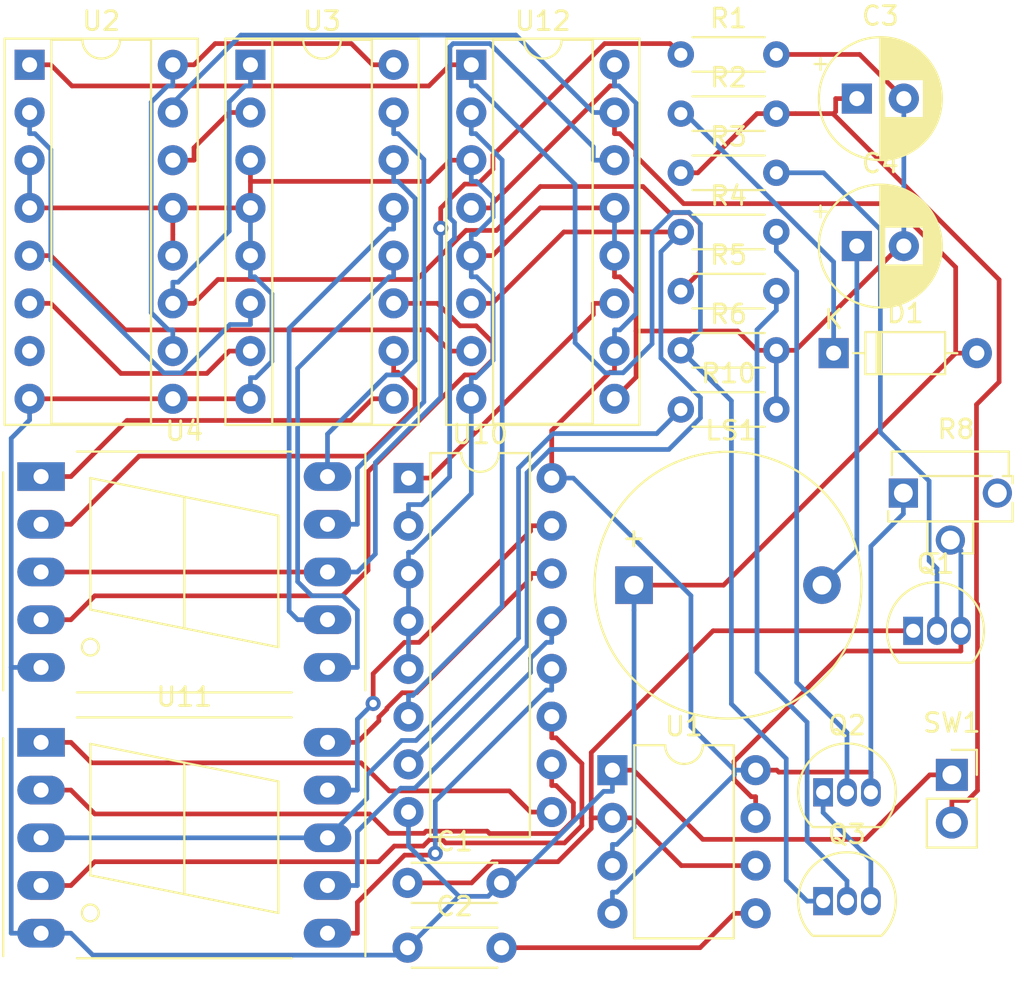
<source format=kicad_pcb>
(kicad_pcb (version 20221018) (generator pcbnew)
  (layers (0 "F.Cu" signal) (31 "B.Cu" signal) (34 "B.Paste" user) (35 "F.Paste" user) (36 "B.SilkS" user "B.Silkscreen") (37 "F.SilkS" user "F.Silkscreen") (38 "B.Mask" user) (39 "F.Mask" user) (44 "Edge.Cuts" user))
  (net 0 "")
  (net 1 "Net-(D1-K)")
  (net 2 "clck")
  (net 3 "GND")
  (net 4 "Net-(Q1-D)")
  (net 5 "vcc")
  (net 6 "Net-(U1-CV)")
  (net 7 "Net-(Q1-S)")
  (net 8 "Net-(C3-Pad1)")
  (net 9 "Net-(C4-Pad1)")
  (net 10 "fm")
  (net 11 "Net-(Q2-E)")
  (net 12 "Net-(Q2-B)")
  (net 13 "PE")
  (net 14 "Net-(Q3-B)")
  (net 15 "Net-(R1-Pad1)")
  (net 16 "Net-(U10-DA)")
  (net 17 "Net-(U2-Q2)")
  (net 18 "Net-(R10-Pad1)")
  (net 19 "Net-(U2-Q4)")
  (net 20 "Net-(U12-Cout)")
  (net 21 "Net-(U2-Q1)")
  (net 23 "Net-(U2-U{slash}D)")
  (net 24 "Net-(U2-Q3)")
  (net 25 "Net-(U3-Qe)")
  (net 26 "Net-(U3-Qd)")
  (net 27 "Net-(U3-Qc)")
  (net 28 "Net-(U3-Qb)")
  (net 29 "Net-(U3-Qa)")
  (net 30 "Net-(U3-Qg)")
  (net 31 "Net-(U3-Qf)")
  (net 32 "Net-(U10-DB)")
  (net 33 "Net-(U10-DC)")
  (net 34 "Net-(U10-Qe)")
  (net 35 "Net-(U10-Qd)")
  (net 36 "Net-(U10-Qc)")
  (net 37 "Net-(U10-Qb)")
  (net 38 "Net-(U10-Qa)")
  (net 39 "Net-(U10-Qf)")
  (net 40 "Net-(U10-Qg)")
  (net 41 "Net-(U10-DD)")
  (footprint "Display_7Segment:7SegmentLED_LTS6760_LTS6780" (layer "F.Cu") (at 136.96 110.03)
    (fp_text reference "U11")
    (fp_text value "SM420561N")
  )
  (footprint "Capacitor_THT:C_Disc_D4.3mm_W1.9mm_P5.00mm" (layer "F.Cu") (at 156.46 120.96)
    (fp_text reference "C2")
    (fp_text value "10nF")
  )
  (footprint "Resistor_THT:R_Axial_DIN0204_L3.6mm_D1.6mm_P5.08mm_Horizontal" (layer "F.Cu") (at 171 89.16)
    (fp_text reference "R6")
    (fp_text value "100k")
  )
  (footprint "Resistor_THT:R_Axial_DIN0204_L3.6mm_D1.6mm_P5.08mm_Horizontal" (layer "F.Cu") (at 171 82.86)
    (fp_text reference "R4")
    (fp_text value "10k")
  )
  (footprint "Package_DIP:DIP-16_W7.62mm_Socket" (layer "F.Cu") (at 159.85 73.96)
    (fp_text reference "U12")
    (fp_text value "4029")
  )
  (footprint "Package_DIP:DIP-16_W7.62mm" (layer "F.Cu") (at 156.51 95.96)
    (fp_text reference "U10")
    (fp_text value "4511")
  )
  (footprint "Buzzer_Beeper:Buzzer_D14mm_H7mm_P10mm" (layer "F.Cu") (at 168.51 101.66)
    (fp_text reference "LS1")
    (fp_text value "buzzer")
  )
  (footprint "Resistor_THT:R_Axial_DIN0204_L3.6mm_D1.6mm_P5.08mm_Horizontal" (layer "F.Cu") (at 171 76.56)
    (fp_text reference "R2")
    (fp_text value "R")
  )
  (footprint "Package_DIP:DIP-8_W7.62mm" (layer "F.Cu") (at 167.36 111.51)
    (fp_text reference "U1")
    (fp_text value "NE555P")
  )
  (footprint "Capacitor_THT:CP_Radial_D6.3mm_P2.50mm" (layer "F.Cu") (at 180.3652 75.76)
    (fp_text reference "C3")
    (fp_text value "C")
  )
  (footprint "Resistor_THT:R_Axial_DIN0204_L3.6mm_D1.6mm_P5.08mm_Horizontal" (layer "F.Cu") (at 171 73.41)
    (fp_text reference "R1")
    (fp_text value "R")
  )
  (footprint "Package_DIP:DIP-16_W7.62mm_Socket" (layer "F.Cu") (at 148.1 73.96)
    (fp_text reference "U3")
    (fp_text value "4511")
  )
  (footprint "Connector_PinSocket_2.54mm:PinSocket_1x02_P2.54mm_Vertical" (layer "F.Cu") (at 185.42 111.76)
    (fp_text reference "SW1")
    (fp_text value "SW_Push")
  )
  (footprint "Resistor_THT:R_Axial_DIN0204_L3.6mm_D1.6mm_P5.08mm_Horizontal" (layer "F.Cu") (at 171 79.71)
    (fp_text reference "R3")
    (fp_text value "1k")
  )
  (footprint "Resistor_THT:R_Axial_DIN0204_L3.6mm_D1.6mm_P5.08mm_Horizontal" (layer "F.Cu") (at 171 92.31)
    (fp_text reference "R10")
    (fp_text value "R")
  )
  (footprint "Package_TO_SOT_THT:TO-92_Inline" (layer "F.Cu") (at 178.57 118.48)
    (fp_text reference "Q3")
    (fp_text value "PN2222A")
  )
  (footprint "Diode_THT:D_DO-35_SOD27_P7.62mm_Horizontal" (layer "F.Cu") (at 179.13 89.31)
    (fp_text reference "D1")
    (fp_text value "1N4148")
  )
  (footprint "Package_TO_SOT_THT:TO-92_Inline" (layer "F.Cu") (at 178.57 112.69)
    (fp_text reference "Q2")
    (fp_text value "PN2222A")
  )
  (footprint "Display_7Segment:7SegmentLED_LTS6760_LTS6780" (layer "F.Cu") (at 136.96 95.88)
    (fp_text reference "U4")
    (fp_text value "SM420561N")
  )
  (footprint "Package_TO_SOT_THT:TO-92L_Inline" (layer "F.Cu") (at 183.36 104.09)
    (fp_text reference "Q1")
    (fp_text value "PMOS")
  )
  (footprint "Capacitor_THT:CP_Radial_D6.3mm_P2.50mm" (layer "F.Cu") (at 180.3652 83.61)
    (fp_text reference "C4")
    (fp_text value "C_Polarized")
  )
  (footprint "Capacitor_THT:C_Disc_D4.3mm_W1.9mm_P5.00mm" (layer "F.Cu") (at 156.46 117.51)
    (fp_text reference "C1")
    (fp_text value "100nF")
  )
  (footprint "Resistor_THT:R_Axial_DIN0204_L3.6mm_D1.6mm_P5.08mm_Horizontal" (layer "F.Cu") (at 171 86.01)
    (fp_text reference "R5")
    (fp_text value "10k")
  )
  (footprint "Potentiometer_THT:Potentiometer_Runtron_RM-063_Horizontal" (layer "F.Cu") (at 182.84 96.76)
    (fp_text reference "R8")
    (fp_text value "R_Variable")
  )
  (footprint "Package_DIP:DIP-16_W7.62mm_Socket" (layer "F.Cu") (at 136.35 73.96)
    (fp_text reference "U2")
    (fp_text value "4029")
  )
  (segment (start 171.2337 76.56) (end 171 76.56) (width 0.25) (layer "B.Cu") (net 1))
  (segment (start 179.13 89.31) (end 179.13 84.4563) (width 0.25) (layer "B.Cu") (net 1))
  (segment (start 179.13 84.4563) (end 171.2337 76.56) (width 0.25) (layer "B.Cu") (net 1))
  (segment (start 185.6231 89.31) (end 173.2731 101.66) (width 0.25) (layer "F.Cu") (net 2))
  (segment (start 173.2731 101.66) (end 168.51 101.66) (width 0.25) (layer "F.Cu") (net 2))
  (segment (start 168.5969 78.8012) (end 171.1473 81.3516) (width 0.25) (layer "F.Cu") (net 2))
  (segment (start 167.7518 77.6269) (end 168.5969 78.472) (width 0.25) (layer "F.Cu") (net 2))
  (segment (start 167.47 76.5) (end 167.47 77.6269) (width 0.25) (layer "F.Cu") (net 2))
  (segment (start 171.1473 81.3516) (end 182.2367 81.3516) (width 0.25) (layer "F.Cu") (net 2))
  (segment (start 167.47 77.6269) (end 167.7518 77.6269) (width 0.25) (layer "F.Cu") (net 2))
  (segment (start 186.75 89.31) (end 185.6231 89.31) (width 0.25) (layer "F.Cu") (net 2))
  (segment (start 168.5969 78.472) (end 168.5969 78.8012) (width 0.25) (layer "F.Cu") (net 2))
  (segment (start 182.2367 81.3516) (end 185.6231 84.738) (width 0.25) (layer "F.Cu") (net 2))
  (segment (start 185.6231 84.738) (end 185.6231 89.31) (width 0.25) (layer "F.Cu") (net 2))
  (segment (start 168.51 101.66) (end 168.51 102.9869) (width 0.25) (layer "B.Cu") (net 2))
  (segment (start 147.5898 72.3803) (end 143.97 76.0001) (width 0.25) (layer "B.Cu") (net 2))
  (segment (start 166.3431 76.5) (end 162.2234 72.3803) (width 0.25) (layer "B.Cu") (net 2))
  (segment (start 143.97 76.0001) (end 143.97 76.5) (width 0.25) (layer "B.Cu") (net 2))
  (segment (start 162.2234 72.3803) (end 147.5898 72.3803) (width 0.25) (layer "B.Cu") (net 2))
  (segment (start 167.5935 115.4631) (end 167.36 115.4631) (width 0.25) (layer "B.Cu") (net 2))
  (segment (start 167.47 76.5) (end 166.3431 76.5) (width 0.25) (layer "B.Cu") (net 2))
  (segment (start 168.51 114.5466) (end 167.5935 115.4631) (width 0.25) (layer "B.Cu") (net 2))
  (segment (start 167.36 116.59) (end 167.36 115.4631) (width 0.25) (layer "B.Cu") (net 2))
  (segment (start 168.51 102.9869) (end 168.51 114.5466) (width 0.25) (layer "B.Cu") (net 2))
  (segment (start 167.36 111.51) (end 168.4869 111.51) (width 0.25) (layer "F.Cu") (net 3))
  (segment (start 143.97 84.12) (end 143.97 82.9931) (width 0.25) (layer "F.Cu") (net 3))
  (segment (start 148.1 81.58) (end 148.1 80.1669) (width 0.25) (layer "F.Cu") (net 3))
  (segment (start 163.5169 81.58) (end 167.47 81.58) (width 0.25) (layer "F.Cu") (net 3))
  (segment (start 172.1696 115.1927) (end 180.8104 115.1927) (width 0.25) (layer "F.Cu") (net 3))
  (segment (start 157.5962 80.1669) (end 158.7231 79.04) (width 0.25) (layer "F.Cu") (net 3))
  (segment (start 168.4869 111.51) (end 172.1696 115.1927) (width 0.25) (layer "F.Cu") (net 3))
  (segment (start 182.8652 75.76) (end 180.5152 73.41) (width 0.25) (layer "F.Cu") (net 3))
  (segment (start 180.8104 115.1927) (end 184.2431 111.76) (width 0.25) (layer "F.Cu") (net 3))
  (segment (start 185.42 111.76) (end 184.2431 111.76) (width 0.25) (layer "F.Cu") (net 3))
  (segment (start 176.08 89.16) (end 175.0531 89.16) (width 0.25) (layer "F.Cu") (net 3))
  (segment (start 175.0531 89.16) (end 174.0262 88.1331) (width 0.25) (layer "F.Cu") (net 3))
  (segment (start 148.1 79.04) (end 148.1 80.1669) (width 0.25) (layer "F.Cu") (net 3))
  (segment (start 177.1069 89.16) (end 182.6569 83.61) (width 0.25) (layer "F.Cu") (net 3))
  (segment (start 136.35 81.58) (end 143.97 81.58) (width 0.25) (layer "F.Cu") (net 3))
  (segment (start 180.5152 73.41) (end 176.08 73.41) (width 0.25) (layer "F.Cu") (net 3))
  (segment (start 168.6164 86.1116) (end 168.6164 88.1331) (width 0.25) (layer "F.Cu") (net 3))
  (segment (start 167.47 84.12) (end 167.47 85.2469) (width 0.25) (layer "F.Cu") (net 3))
  (segment (start 168.6164 90.5936) (end 167.47 91.74) (width 0.25) (layer "F.Cu") (net 3))
  (segment (start 174.0262 88.1331) (end 168.6164 88.1331) (width 0.25) (layer "F.Cu") (net 3))
  (segment (start 143.97 81.58) (end 145.0969 81.58) (width 0.25) (layer "F.Cu") (net 3))
  (segment (start 176.5935 89.16) (end 176.08 89.16) (width 0.25) (layer "F.Cu") (net 3))
  (segment (start 167.47 85.2469) (end 167.7517 85.2469) (width 0.25) (layer "F.Cu") (net 3))
  (segment (start 168.6164 88.1331) (end 168.6164 90.5936) (width 0.25) (layer "F.Cu") (net 3))
  (segment (start 148.1 81.58) (end 145.0969 81.58) (width 0.25) (layer "F.Cu") (net 3))
  (segment (start 176.5935 89.16) (end 177.1069 89.16) (width 0.25) (layer "F.Cu") (net 3))
  (segment (start 160.9769 84.12) (end 163.5169 81.58) (width 0.25) (layer "F.Cu") (net 3))
  (segment (start 159.85 79.04) (end 158.7231 79.04) (width 0.25) (layer "F.Cu") (net 3))
  (segment (start 148.1 80.1669) (end 157.5962 80.1669) (width 0.25) (layer "F.Cu") (net 3))
  (segment (start 136.35 91.74) (end 143.97 91.74) (width 0.25) (layer "F.Cu") (net 3))
  (segment (start 159.85 84.12) (end 160.9769 84.12) (width 0.25) (layer "F.Cu") (net 3))
  (segment (start 143.97 81.58) (end 143.97 82.9931) (width 0.25) (layer "F.Cu") (net 3))
  (segment (start 167.7517 85.2469) (end 168.6164 86.1116) (width 0.25) (layer "F.Cu") (net 3))
  (segment (start 143.97 91.74) (end 148.1 91.74) (width 0.25) (layer "F.Cu") (net 3))
  (segment (start 182.6569 83.61) (end 182.8652 83.61) (width 0.25) (layer "F.Cu") (net 3))
  (segment (start 160.1317 80.1669) (end 161.0083 81.0435) (width 0.25) (layer "B.Cu") (net 3))
  (segment (start 160.744 118.226) (end 159.194 118.226) (width 0.25) (layer "B.Cu") (net 3))
  (segment (start 182.8652 75.76) (end 182.8652 83.61) (width 0.25) (layer "B.Cu") (net 3))
  (segment (start 135.3711 106.04) (end 135.3711 93.8458) (width 0.25) (layer "B.Cu") (net 3))
  (segment (start 160.1317 85.2469) (end 161.0076 86.1228) (width 0.25) (layer "B.Cu") (net 3))
  (segment (start 156.51 115.542) (end 159.194 118.226) (width 0.25) (layer "B.Cu") (net 3))
  (segment (start 156.7295 99.9131) (end 159.85 96.7926) (width 0.25) (layer "B.Cu") (net 3))
  (segment (start 148.1 90.6131) (end 148.3817 90.6131) (width 0.25) (layer "B.Cu") (net 3))
  (segment (start 148.1 84.12) (end 148.1 85.2469) (width 0.25) (layer "B.Cu") (net 3))
  (segment (start 149.2404 86.1538) (end 148.3335 85.2469) (width 0.25) (layer "B.Cu") (net 3))
  (segment (start 160.0835 82.9931) (end 159.85 82.9931) (width 0.25) (layer "B.Cu") (net 3))
  (segment (start 161.0076 86.1228) (end 161.0076 89.689) (width 0.25) (layer "B.Cu") (net 3))
  (segment (start 156.51 99.9131) (end 156.7295 99.9131) (width 0.25) (layer "B.Cu") (net 3))
  (segment (start 136.35 79.04) (end 136.35 81.58) (width 0.25) (layer "B.Cu") (net 3))
  (segment (start 159.85 96.7926) (end 159.85 91.74) (width 0.25) (layer "B.Cu") (net 3))
  (segment (start 159.85 79.04) (end 159.85 80.1669) (width 0.25) (layer "B.Cu") (net 3))
  (segment (start 167.36 112.6369) (end 166.8901 112.6369) (width 0.25) (layer "B.Cu") (net 3))
  (segment (start 161.46 117.51) (end 160.744 118.226) (width 0.25) (layer "B.Cu") (net 3))
  (segment (start 136.96 120.19) (end 138.5489 120.19) (width 0.25) (layer "B.Cu") (net 3))
  (segment (start 156.51 106.12) (end 156.51 103.58) (width 0.25) (layer "B.Cu") (net 3))
  (segment (start 136.96 120.19) (end 135.3711 120.19) (width 0.25) (layer "B.Cu") (net 3))
  (segment (start 159.85 85.2469) (end 160.1317 85.2469) (width 0.25) (layer "B.Cu") (net 3))
  (segment (start 160.0835 90.6131) (end 159.85 90.6131) (width 0.25) (layer "B.Cu") (net 3))
  (segment (start 135.3711 93.8458) (end 136.35 92.8669) (width 0.25) (layer "B.Cu") (net 3))
  (segment (start 159.85 84.12) (end 159.85 82.9931) (width 0.25) (layer "B.Cu") (net 3))
  (segment (start 167.47 84.12) (end 167.47 81.58) (width 0.25) (layer "B.Cu") (net 3))
  (segment (start 136.35 91.74) (end 136.35 92.8669) (width 0.25) (layer "B.Cu") (net 3))
  (segment (start 159.85 80.1669) (end 160.1317 80.1669) (width 0.25) (layer "B.Cu") (net 3))
  (segment (start 139.7133 121.3544) (end 138.5489 120.19) (width 0.25) (layer "B.Cu") (net 3))
  (segment (start 156.46 120.96) (end 156.0656 121.3544) (width 0.25) (layer "B.Cu") (net 3))
  (segment (start 148.3817 90.6131) (end 149.2404 89.7544) (width 0.25) (layer "B.Cu") (net 3))
  (segment (start 156.51 101.04) (end 156.51 99.9131) (width 0.25) (layer "B.Cu") (net 3))
  (segment (start 156.51 103.58) (end 156.51 101.04) (width 0.25) (layer "B.Cu") (net 3))
  (segment (start 161.0083 81.0435) (end 161.0083 82.0683) (width 0.25) (layer "B.Cu") (net 3))
  (segment (start 148.3335 85.2469) (end 148.1 85.2469) (width 0.25) (layer "B.Cu") (net 3))
  (segment (start 159.194 118.226) (end 156.46 120.96) (width 0.25) (layer "B.Cu") (net 3))
  (segment (start 148.1 91.74) (end 148.1 90.6131) (width 0.25) (layer "B.Cu") (net 3))
  (segment (start 156.0656 121.3544) (end 139.7133 121.3544) (width 0.25) (layer "B.Cu") (net 3))
  (segment (start 167.36 111.51) (end 167.36 112.6369) (width 0.25) (layer "B.Cu") (net 3))
  (segment (start 156.51 113.74) (end 156.51 114.8669) (width 0.25) (layer "B.Cu") (net 3))
  (segment (start 166.8901 112.6369) (end 162.017 117.51) (width 0.25) (layer "B.Cu") (net 3))
  (segment (start 159.85 91.74) (end 159.85 90.6131) (width 0.25) (layer "B.Cu") (net 3))
  (segment (start 149.2404 89.7544) (end 149.2404 86.1538) (width 0.25) (layer "B.Cu") (net 3))
  (segment (start 135.3711 120.19) (end 135.3711 106.04) (width 0.25) (layer "B.Cu") (net 3))
  (segment (start 136.96 106.04) (end 135.3711 106.04) (width 0.25) (layer "B.Cu") (net 3))
  (segment (start 161.0076 89.689) (end 160.0835 90.6131) (width 0.25) (layer "B.Cu") (net 3))
  (segment (start 162.017 117.51) (end 161.46 117.51) (width 0.25) (layer "B.Cu") (net 3))
  (segment (start 156.51 114.8669) (end 156.51 115.542) (width 0.25) (layer "B.Cu") (net 3))
  (segment (start 161.0083 82.0683) (end 160.0835 82.9931) (width 0.25) (layer "B.Cu") (net 3))
  (segment (start 148.1 81.58) (end 148.1 84.12) (width 0.25) (layer "B.Cu") (net 3))
  (segment (start 176.08 89.16) (end 176.08 92.31) (width 0.25) (layer "B.Cu") (net 3))
  (segment (start 159.85 84.12) (end 159.85 85.2469) (width 0.25) (layer "B.Cu") (net 3))
  (segment (start 183.36 104.09) (end 172.7165 104.09) (width 0.25) (layer "F.Cu") (net 4))
  (segment (start 166.2331 110.5734) (end 166.2331 114.05) (width 0.25) (layer "F.Cu") (net 4))
  (segment (start 159.8664 117.51) (end 156.46 117.51) (width 0.25) (layer "F.Cu") (net 4))
  (segment (start 164.4634 116.3831) (end 160.9933 116.3831) (width 0.25) (layer "F.Cu") (net 4))
  (segment (start 171.0269 116.59) (end 174.98 116.59) (width 0.25) (layer "F.Cu") (net 4))
  (segment (start 167.36 114.05) (end 166.2331 114.05) (width 0.25) (layer "F.Cu") (net 4))
  (segment (start 168.4869 114.05) (end 171.0269 116.59) (width 0.25) (layer "F.Cu") (net 4))
  (segment (start 167.36 114.05) (end 168.4869 114.05) (width 0.25) (layer "F.Cu") (net 4))
  (segment (start 166.2331 114.05) (end 166.2331 114.6134) (width 0.25) (layer "F.Cu") (net 4))
  (segment (start 166.2331 114.6134) (end 164.4634 116.3831) (width 0.25) (layer "F.Cu") (net 4))
  (segment (start 172.7165 104.09) (end 166.2331 110.5734) (width 0.25) (layer "F.Cu") (net 4))
  (segment (start 160.9933 116.3831) (end 159.8664 117.51) (width 0.25) (layer "F.Cu") (net 4))
  (segment (start 159.85 81.58) (end 160.9769 81.58) (width 0.25) (layer "F.Cu") (net 5))
  (segment (start 174.98 111.51) (end 176.1069 111.51) (width 0.25) (layer "F.Cu") (net 5))
  (segment (start 164.13 95.96) (end 164.13 93.4334) (width 0.25) (layer "F.Cu") (net 5))
  (segment (start 181.11 112.69) (end 181.11 111.6131) (width 0.25) (layer "F.Cu") (net 5))
  (segment (start 167.2365 75.0869) (end 167.47 75.0869) (width 0.25) (layer "F.Cu") (net 5))
  (segment (start 181.11 111.6131) (end 176.21 111.6131) (width 0.25) (layer "F.Cu") (net 5))
  (segment (start 167.47 89.2) (end 167.47 90.3269) (width 0.25) (layer "F.Cu") (net 5))
  (segment (start 164.13 93.4334) (end 167.2365 90.3269) (width 0.25) (layer "F.Cu") (net 5))
  (segment (start 160.9769 81.58) (end 160.9769 81.3465) (width 0.25) (layer "F.Cu") (net 5))
  (segment (start 176.21 111.6131) (end 176.1069 111.51) (width 0.25) (layer "F.Cu") (net 5))
  (segment (start 167.47 73.96) (end 167.47 75.0869) (width 0.25) (layer "F.Cu") (net 5))
  (segment (start 160.9769 81.3465) (end 167.2365 75.0869) (width 0.25) (layer "F.Cu") (net 5))
  (segment (start 167.2365 90.3269) (end 167.47 90.3269) (width 0.25) (layer "F.Cu") (net 5))
  (segment (start 173.8531 111.51) (end 173.8531 111.7435) (width 0.25) (layer "B.Cu") (net 5))
  (segment (start 167.47 89.2) (end 167.47 88.0731) (width 0.25) (layer "B.Cu") (net 5))
  (segment (start 181.11 99.5919) (end 181.11 112.69) (width 0.25) (layer "B.Cu") (net 5))
  (segment (start 167.5935 118.0031) (end 167.36 118.0031) (width 0.25) (layer "B.Cu") (net 5))
  (segment (start 182.84 97.8619) (end 181.11 99.5919) (width 0.25) (layer "B.Cu") (net 5))
  (segment (start 167.47 73.96) (end 167.47 75.0869) (width 0.25) (layer "B.Cu") (net 5))
  (segment (start 167.47 75.0869) (end 167.7035 75.0869) (width 0.25) (layer "B.Cu") (net 5))
  (segment (start 167.36 119.13) (end 167.36 118.0031) (width 0.25) (layer "B.Cu") (net 5))
  (segment (start 173.8546 111.51) (end 173.8531 111.51) (width 0.25) (layer "B.Cu") (net 5))
  (segment (start 165.2774 95.96) (end 164.13 95.96) (width 0.25) (layer "B.Cu") (net 5))
  (segment (start 167.7035 75.0869) (end 168.6194 76.0028) (width 0.25) (layer "B.Cu") (net 5))
  (segment (start 173.8531 111.7435) (end 167.5935 118.0031) (width 0.25) (layer "B.Cu") (net 5))
  (segment (start 182.84 96.76) (end 182.84 97.8619) (width 0.25) (layer "B.Cu") (net 5))
  (segment (start 173.9665 111.51) (end 173.8546 111.51) (width 0.25) (layer "B.Cu") (net 5))
  (segment (start 171.5372 109.1926) (end 171.5372 102.2198) (width 0.25) (layer "B.Cu") (net 5))
  (segment (start 171.5372 102.2198) (end 165.2774 95.96) (width 0.25) (layer "B.Cu") (net 5))
  (segment (start 168.6194 76.0028) (end 168.6194 87.2054) (width 0.25) (layer "B.Cu") (net 5))
  (segment (start 174.98 111.51) (end 173.9665 111.51) (width 0.25) (layer "B.Cu") (net 5))
  (segment (start 173.8546 111.51) (end 171.5372 109.1926) (width 0.25) (layer "B.Cu") (net 5))
  (segment (start 167.7517 88.0731) (end 167.47 88.0731) (width 0.25) (layer "B.Cu") (net 5))
  (segment (start 168.6194 87.2054) (end 167.7517 88.0731) (width 0.25) (layer "B.Cu") (net 5))
  (segment (start 161.46 120.96) (end 172.0231 120.96) (width 0.25) (layer "F.Cu") (net 6))
  (segment (start 174.98 119.13) (end 173.8531 119.13) (width 0.25) (layer "F.Cu") (net 6))
  (segment (start 172.0231 120.96) (end 173.8531 119.13) (width 0.25) (layer "F.Cu") (net 6))
  (segment (start 185.9 104.09) (end 185.9 105.1669) (width 0.25) (layer "F.Cu") (net 7))
  (segment (start 174.98 112.9231) (end 174.7465 112.9231) (width 0.25) (layer "F.Cu") (net 7))
  (segment (start 173.8306 112.0072) (end 173.8306 111.0432) (width 0.25) (layer "F.Cu") (net 7))
  (segment (start 173.8306 111.0432) (end 179.7069 105.1669) (width 0.25) (layer "F.Cu") (net 7))
  (segment (start 174.98 114.05) (end 174.98 112.9231) (width 0.25) (layer "F.Cu") (net 7))
  (segment (start 174.7465 112.9231) (end 173.8306 112.0072) (width 0.25) (layer "F.Cu") (net 7))
  (segment (start 179.7069 105.1669) (end 185.9 105.1669) (width 0.25) (layer "F.Cu") (net 7))
  (segment (start 185.9 104.09) (end 185.9 99.82) (width 0.25) (layer "B.Cu") (net 7))
  (segment (start 185.9 99.82) (end 185.34 99.26) (width 0.25) (layer "B.Cu") (net 7))
  (segment (start 179.1361 76.6039) (end 187.9337 85.4015) (width 0.25) (layer "F.Cu") (net 8))
  (segment (start 176.08 76.56) (end 177.1069 76.56) (width 0.25) (layer "F.Cu") (net 8))
  (segment (start 186.7846 112.5908) (end 186.2523 113.1231) (width 0.25) (layer "F.Cu") (net 8))
  (segment (start 179.1361 76.56) (end 177.1069 76.56) (width 0.25) (layer "F.Cu") (net 8))
  (segment (start 185.42 114.3) (end 185.42 113.1231) (width 0.25) (layer "F.Cu") (net 8))
  (segment (start 187.9337 90.8436) (end 186.7303 92.047) (width 0.25) (layer "F.Cu") (net 8))
  (segment (start 187.9337 85.4015) (end 187.9337 90.8436) (width 0.25) (layer "F.Cu") (net 8))
  (segment (start 186.7846 102.6723) (end 186.7846 112.5908) (width 0.25) (layer "F.Cu") (net 8))
  (segment (start 179.1361 76.56) (end 179.1361 76.6039) (width 0.25) (layer "F.Cu") (net 8))
  (segment (start 186.7303 102.618) (end 186.7846 102.6723) (width 0.25) (layer "F.Cu") (net 8))
  (segment (start 176.08 76.56) (end 175.0531 76.56) (width 0.25) (layer "F.Cu") (net 8))
  (segment (start 171.9031 79.71) (end 171 79.71) (width 0.25) (layer "F.Cu") (net 8))
  (segment (start 180.3652 75.76) (end 179.2383 75.76) (width 0.25) (layer "F.Cu") (net 8))
  (segment (start 179.2383 76.4578) (end 179.1361 76.56) (width 0.25) (layer "F.Cu") (net 8))
  (segment (start 179.2383 75.76) (end 179.2383 76.4578) (width 0.25) (layer "F.Cu") (net 8))
  (segment (start 186.2523 113.1231) (end 185.42 113.1231) (width 0.25) (layer "F.Cu") (net 8))
  (segment (start 186.7303 92.047) (end 186.7303 102.618) (width 0.25) (layer "F.Cu") (net 8))
  (segment (start 175.0531 76.56) (end 171.9031 79.71) (width 0.25) (layer "F.Cu") (net 8))
  (segment (start 180.3652 99.8048) (end 178.51 101.66) (width 0.25) (layer "B.Cu") (net 9))
  (segment (start 180.3652 83.61) (end 180.3652 99.8048) (width 0.25) (layer "B.Cu") (net 9))
  (segment (start 184.2104 100.3604) (end 184.63 100.78) (width 0.25) (layer "B.Cu") (net 10))
  (segment (start 181.6152 93.5229) (end 184.2104 96.1181) (width 0.25) (layer "B.Cu") (net 10))
  (segment (start 176.08 79.71) (end 178.5955 79.71) (width 0.25) (layer "B.Cu") (net 10))
  (segment (start 184.2104 96.1181) (end 184.2104 100.3604) (width 0.25) (layer "B.Cu") (net 10))
  (segment (start 181.6152 82.7297) (end 181.6152 93.5229) (width 0.25) (layer "B.Cu") (net 10))
  (segment (start 178.5955 79.71) (end 181.6152 82.7297) (width 0.25) (layer "B.Cu") (net 10))
  (segment (start 184.63 100.78) (end 184.63 104.09) (width 0.25) (layer "B.Cu") (net 10))
  (segment (start 181.11 116.3069) (end 181.11 118.48) (width 0.25) (layer "B.Cu") (net 11))
  (segment (start 178.57 112.69) (end 178.57 113.7669) (width 0.25) (layer "B.Cu") (net 11))
  (segment (start 178.57 113.7669) (end 181.11 116.3069) (width 0.25) (layer "B.Cu") (net 11))
  (segment (start 179.84 112.69) (end 179.84 109.5102) (width 0.25) (layer "B.Cu") (net 12))
  (segment (start 177.163 106.8332) (end 177.163 84.9699) (width 0.25) (layer "B.Cu") (net 12))
  (segment (start 179.84 109.5102) (end 177.163 106.8332) (width 0.25) (layer "B.Cu") (net 12))
  (segment (start 176.08 82.86) (end 176.08 83.8869) (width 0.25) (layer "B.Cu") (net 12))
  (segment (start 177.163 84.9699) (end 176.08 83.8869) (width 0.25) (layer "B.Cu") (net 12))
  (segment (start 159.85 73.96) (end 158.7231 73.96) (width 0.25) (layer "F.Cu") (net 13))
  (segment (start 138.6038 75.0869) (end 157.5962 75.0869) (width 0.25) (layer "F.Cu") (net 13))
  (segment (start 157.5962 75.0869) (end 158.7231 73.96) (width 0.25) (layer "F.Cu") (net 13))
  (segment (start 137.4769 73.96) (end 138.6038 75.0869) (width 0.25) (layer "F.Cu") (net 13))
  (segment (start 136.35 73.96) (end 137.4769 73.96) (width 0.25) (layer "F.Cu") (net 13))
  (segment (start 160.1317 75.0869) (end 165.3736 80.3288) (width 0.25) (layer "B.Cu") (net 13))
  (segment (start 167.9273 90.3575) (end 169.4685 88.8163) (width 0.25) (layer "B.Cu") (net 13))
  (segment (start 169.4685 88.8163) (end 169.4685 82.923) (width 0.25) (layer "B.Cu") (net 13))
  (segment (start 169.4685 82.923) (end 170.5718 81.8197) (width 0.25) (layer "B.Cu") (net 13))
  (segment (start 173.6894 91.8494) (end 173.6894 107.983) (width 0.25) (layer "B.Cu") (net 13))
  (segment (start 172.0422 82.4197) (end 172.0422 88.1178) (width 0.25) (layer "B.Cu") (net 13))
  (segment (start 171 89.16) (end 173.6894 91.8494) (width 0.25) (layer "B.Cu") (net 13))
  (segment (start 178.57 118.48) (end 177.7181 118.48) (width 0.25) (layer "B.Cu") (net 13))
  (segment (start 173.6894 107.983) (end 176.6069 110.9005) (width 0.25) (layer "B.Cu") (net 13))
  (segment (start 176.6069 117.3688) (end 177.7181 118.48) (width 0.25) (layer "B.Cu") (net 13))
  (segment (start 165.3736 80.3288) (end 165.3736 88.7618) (width 0.25) (layer "B.Cu") (net 13))
  (segment (start 159.85 75.0869) (end 160.1317 75.0869) (width 0.25) (layer "B.Cu") (net 13))
  (segment (start 170.5718 81.8197) (end 171.4422 81.8197) (width 0.25) (layer "B.Cu") (net 13))
  (segment (start 176.6069 110.9005) (end 176.6069 117.3688) (width 0.25) (layer "B.Cu") (net 13))
  (segment (start 165.3736 88.7618) (end 166.9693 90.3575) (width 0.25) (layer "B.Cu") (net 13))
  (segment (start 166.9693 90.3575) (end 167.9273 90.3575) (width 0.25) (layer "B.Cu") (net 13))
  (segment (start 159.85 73.96) (end 159.85 75.0869) (width 0.25) (layer "B.Cu") (net 13))
  (segment (start 172.0422 88.1178) (end 171 89.16) (width 0.25) (layer "B.Cu") (net 13))
  (segment (start 171.4422 81.8197) (end 172.0422 82.4197) (width 0.25) (layer "B.Cu") (net 13))
  (segment (start 177.7181 115.2812) (end 177.7181 108.9588) (width 0.25) (layer "B.Cu") (net 14))
  (segment (start 176.08 86.01) (end 176.08 87.0369) (width 0.25) (layer "B.Cu") (net 14))
  (segment (start 179.84 117.4031) (end 177.7181 115.2812) (width 0.25) (layer "B.Cu") (net 14))
  (segment (start 175.0531 106.2938) (end 175.0531 88.0638) (width 0.25) (layer "B.Cu") (net 14))
  (segment (start 179.84 118.48) (end 179.84 117.4031) (width 0.25) (layer "B.Cu") (net 14))
  (segment (start 177.7181 108.9588) (end 175.0531 106.2938) (width 0.25) (layer "B.Cu") (net 14))
  (segment (start 175.0531 88.0638) (end 176.08 87.0369) (width 0.25) (layer "B.Cu") (net 14))
  (segment (start 166.9452 72.8331) (end 160.9994 78.7789) (width 0.25) (layer "F.Cu") (net 15))
  (segment (start 160.9994 79.5178) (end 160.2072 80.31) (width 0.25) (layer "F.Cu") (net 15))
  (segment (start 159.5029 80.31) (end 158.2239 81.589) (width 0.25) (layer "F.Cu") (net 15))
  (segment (start 158.2239 81.589) (end 158.2239 82.6605) (width 0.25) (layer "F.Cu") (net 15))
  (segment (start 170.4231 72.8331) (end 166.9452 72.8331) (width 0.25) (layer "F.Cu") (net 15))
  (segment (start 136.96 100.96) (end 152.2 100.96) (width 0.25) (layer "F.Cu") (net 15))
  (segment (start 160.2072 80.31) (end 159.5029 80.31) (width 0.25) (layer "F.Cu") (net 15))
  (segment (start 160.9994 78.7789) (end 160.9994 79.5178) (width 0.25) (layer "F.Cu") (net 15))
  (segment (start 171 73.41) (end 170.4231 72.8331) (width 0.25) (layer "F.Cu") (net 15))
  (via (at 158.2239 82.6605) (size 0.8) (drill 0.4) (layers "F.Cu" "B.Cu") (net 15))
  (segment (start 152.2 100.96) (end 153.7889 100.96) (width 0.25) (layer "B.Cu") (net 15))
  (segment (start 154.746 100.0029) (end 154.746 95.14) (width 0.25) (layer "B.Cu") (net 15))
  (segment (start 154.746 95.14) (end 158.2239 91.6621) (width 0.25) (layer "B.Cu") (net 15))
  (segment (start 153.7889 100.96) (end 154.746 100.0029) (width 0.25) (layer "B.Cu") (net 15))
  (segment (start 158.2239 91.6621) (end 158.2239 82.6605) (width 0.25) (layer "B.Cu") (net 15))
  (segment (start 159.85 86.66) (end 160.9769 86.66) (width 0.25) (layer "F.Cu") (net 16))
  (segment (start 164.7769 82.86) (end 171 82.86) (width 0.25) (layer "F.Cu") (net 16))
  (segment (start 160.9769 86.66) (end 164.7769 82.86) (width 0.25) (layer "F.Cu") (net 16))
  (segment (start 170.3609 94.4372) (end 164.059 94.4372) (width 0.25) (layer "B.Cu") (net 16))
  (segment (start 169.9399 83.9201) (end 169.9399 89.5706) (width 0.25) (layer "B.Cu") (net 16))
  (segment (start 172.0424 91.6731) (end 172.0424 92.7557) (width 0.25) (layer "B.Cu") (net 16))
  (segment (start 162.8174 104.8926) (end 156.51 111.2) (width 0.25) (layer "B.Cu") (net 16))
  (segment (start 171 82.86) (end 169.9399 83.9201) (width 0.25) (layer "B.Cu") (net 16))
  (segment (start 162.8174 95.6788) (end 162.8174 104.8926) (width 0.25) (layer "B.Cu") (net 16))
  (segment (start 172.0424 92.7557) (end 170.3609 94.4372) (width 0.25) (layer "B.Cu") (net 16))
  (segment (start 164.059 94.4372) (end 162.8174 95.6788) (width 0.25) (layer "B.Cu") (net 16))
  (segment (start 169.9399 89.5706) (end 172.0424 91.6731) (width 0.25) (layer "B.Cu") (net 16))
  (segment (start 159.569 82.7776) (end 161.1885 82.7776) (width 0.25) (layer "F.Cu") (net 17))
  (segment (start 143.97 86.66) (end 145.0969 86.66) (width 0.25) (layer "F.Cu") (net 17))
  (segment (start 171.4254 81.8331) (end 172.0313 82.439) (width 0.25) (layer "F.Cu") (net 17))
  (segment (start 172.0313 82.439) (end 172.0313 84.9787) (width 0.25) (layer "F.Cu") (net 17))
  (segment (start 170.3786 81.8331) (end 171.4254 81.8331) (width 0.25) (layer "F.Cu") (net 17))
  (segment (start 168.9861 80.4406) (end 170.3786 81.8331) (width 0.25) (layer "F.Cu") (net 17))
  (segment (start 145.0969 86.66) (end 146.3669 85.39) (width 0.25) (layer "F.Cu") (net 17))
  (segment (start 172.0313 84.9787) (end 171 86.01) (width 0.25) (layer "F.Cu") (net 17))
  (segment (start 156.9566 85.39) (end 159.569 82.7776) (width 0.25) (layer "F.Cu") (net 17))
  (segment (start 163.5255 80.4406) (end 168.9861 80.4406) (width 0.25) (layer "F.Cu") (net 17))
  (segment (start 161.1885 82.7776) (end 163.5255 80.4406) (width 0.25) (layer "F.Cu") (net 17))
  (segment (start 146.3669 85.39) (end 156.9566 85.39) (width 0.25) (layer "F.Cu") (net 17))
  (segment (start 146.9731 82.8118) (end 146.9731 75.932) (width 0.25) (layer "B.Cu") (net 17))
  (segment (start 146.9731 75.932) (end 147.8182 75.0869) (width 0.25) (layer "B.Cu") (net 17))
  (segment (start 143.97 85.5331) (end 144.2518 85.5331) (width 0.25) (layer "B.Cu") (net 17))
  (segment (start 147.8182 75.0869) (end 148.1 75.0869) (width 0.25) (layer "B.Cu") (net 17))
  (segment (start 143.97 86.66) (end 143.97 85.5331) (width 0.25) (layer "B.Cu") (net 17))
  (segment (start 144.2518 85.5331) (end 146.9731 82.8118) (width 0.25) (layer "B.Cu") (net 17))
  (segment (start 148.1 73.96) (end 148.1 75.0869) (width 0.25) (layer "B.Cu") (net 17))
  (segment (start 138.5489 115.11) (end 152.2 115.11) (width 0.25) (layer "B.Cu") (net 18))
  (segment (start 136.96 115.11) (end 138.5489 115.11) (width 0.25) (layer "B.Cu") (net 18))
  (segment (start 156.147 109.93) (end 154.2897 111.7873) (width 0.25) (layer "B.Cu") (net 18))
  (segment (start 154.2897 113.0203) (end 152.2 115.11) (width 0.25) (layer "B.Cu") (net 18))
  (segment (start 156.9095 109.93) (end 156.147 109.93) (width 0.25) (layer "B.Cu") (net 18))
  (segment (start 162.3655 104.474) (end 156.9095 109.93) (width 0.25) (layer "B.Cu") (net 18))
  (segment (start 171 92.31) (end 169.716 93.594) (width 0.25) (layer "B.Cu") (net 18))
  (segment (start 169.716 93.594) (end 164.2031 93.594) (width 0.25) (layer "B.Cu") (net 18))
  (segment (start 164.2031 93.594) (end 162.3655 95.4316) (width 0.25) (layer "B.Cu") (net 18))
  (segment (start 162.3655 95.4316) (end 162.3655 104.474) (width 0.25) (layer "B.Cu") (net 18))
  (segment (start 154.2897 111.7873) (end 154.2897 113.0203) (width 0.25) (layer "B.Cu") (net 18))
  (segment (start 144.4402 90.3615) (end 147.0148 87.7869) (width 0.25) (layer "B.Cu") (net 19))
  (segment (start 148.1 86.66) (end 148.1 87.7869) (width 0.25) (layer "B.Cu") (net 19))
  (segment (start 136.6318 77.6269) (end 137.4769 78.472) (width 0.25) (layer "B.Cu") (net 19))
  (segment (start 137.4769 84.3477) (end 143.4907 90.3615) (width 0.25) (layer "B.Cu") (net 19))
  (segment (start 147.0148 87.7869) (end 148.1 87.7869) (width 0.25) (layer "B.Cu") (net 19))
  (segment (start 137.4769 78.472) (end 137.4769 84.3477) (width 0.25) (layer "B.Cu") (net 19))
  (segment (start 136.35 76.5) (end 136.35 77.6269) (width 0.25) (layer "B.Cu") (net 19))
  (segment (start 136.35 77.6269) (end 136.6318 77.6269) (width 0.25) (layer "B.Cu") (net 19))
  (segment (start 143.4907 90.3615) (end 144.4402 90.3615) (width 0.25) (layer "B.Cu") (net 19))
  (segment (start 141.43 88.0731) (end 157.5962 88.0731) (width 0.25) (layer "F.Cu") (net 20))
  (segment (start 159.85 89.2) (end 158.7231 89.2) (width 0.25) (layer "F.Cu") (net 20))
  (segment (start 157.5962 88.0731) (end 158.7231 89.2) (width 0.25) (layer "F.Cu") (net 20))
  (segment (start 136.35 84.12) (end 137.4769 84.12) (width 0.25) (layer "F.Cu") (net 20))
  (segment (start 137.4769 84.12) (end 141.43 88.0731) (width 0.25) (layer "F.Cu") (net 20))
  (segment (start 137.4769 86.66) (end 141.2075 90.3906) (width 0.25) (layer "F.Cu") (net 21))
  (segment (start 141.2075 90.3906) (end 145.7825 90.3906) (width 0.25) (layer "F.Cu") (net 21))
  (segment (start 145.7825 90.3906) (end 146.9731 89.2) (width 0.25) (layer "F.Cu") (net 21))
  (segment (start 136.35 86.66) (end 137.4769 86.66) (width 0.25) (layer "F.Cu") (net 21))
  (segment (start 148.1 89.2) (end 146.9731 89.2) (width 0.25) (layer "F.Cu") (net 21))
  (segment (start 146.2238 72.8331) (end 153.4662 72.8331) (width 0.25) (layer "F.Cu") (net 23))
  (segment (start 143.97 73.96) (end 145.0969 73.96) (width 0.25) (layer "F.Cu") (net 23))
  (segment (start 153.4662 72.8331) (end 154.5931 73.96) (width 0.25) (layer "F.Cu") (net 23))
  (segment (start 145.0969 73.96) (end 146.2238 72.8331) (width 0.25) (layer "F.Cu") (net 23))
  (segment (start 155.72 73.96) (end 154.5931 73.96) (width 0.25) (layer "F.Cu") (net 23))
  (segment (start 143.97 73.96) (end 143.97 75.0869) (width 0.25) (layer "B.Cu") (net 23))
  (segment (start 143.6883 75.0869) (end 142.8204 75.9548) (width 0.25) (layer "B.Cu") (net 23))
  (segment (start 143.97 89.2) (end 143.97 88.0731) (width 0.25) (layer "B.Cu") (net 23))
  (segment (start 143.97 75.0869) (end 143.6883 75.0869) (width 0.25) (layer "B.Cu") (net 23))
  (segment (start 142.8204 87.157) (end 143.7365 88.0731) (width 0.25) (layer "B.Cu") (net 23))
  (segment (start 142.8204 75.9548) (end 142.8204 87.157) (width 0.25) (layer "B.Cu") (net 23))
  (segment (start 143.7365 88.0731) (end 143.97 88.0731) (width 0.25) (layer "B.Cu") (net 23))
  (segment (start 148.1 76.5) (end 146.9731 76.5) (width 0.25) (layer "F.Cu") (net 24))
  (segment (start 145.0969 78.3762) (end 145.0969 79.04) (width 0.25) (layer "F.Cu") (net 24))
  (segment (start 146.9731 76.5) (end 145.0969 78.3762) (width 0.25) (layer "F.Cu") (net 24))
  (segment (start 143.97 79.04) (end 145.0969 79.04) (width 0.25) (layer "F.Cu") (net 24))
  (segment (start 138.5489 95.88) (end 141.5352 92.8937) (width 0.25) (layer "F.Cu") (net 25))
  (segment (start 153.4394 92.8937) (end 154.5931 91.74) (width 0.25) (layer "F.Cu") (net 25))
  (segment (start 136.96 95.88) (end 138.5489 95.88) (width 0.25) (layer "F.Cu") (net 25))
  (segment (start 141.5352 92.8937) (end 153.4394 92.8937) (width 0.25) (layer "F.Cu") (net 25))
  (segment (start 155.72 91.74) (end 154.5931 91.74) (width 0.25) (layer "F.Cu") (net 25))
  (segment (start 156.8574 92.2206) (end 156.8574 91.2308) (width 0.25) (layer "F.Cu") (net 26))
  (segment (start 155.9535 90.3269) (end 155.72 90.3269) (width 0.25) (layer "F.Cu") (net 26))
  (segment (start 138.5489 98.42) (end 142.1778 94.7911) (width 0.25) (layer "F.Cu") (net 26))
  (segment (start 155.72 89.2) (end 155.72 90.3269) (width 0.25) (layer "F.Cu") (net 26))
  (segment (start 156.8574 91.2308) (end 155.9535 90.3269) (width 0.25) (layer "F.Cu") (net 26))
  (segment (start 136.96 98.42) (end 138.5489 98.42) (width 0.25) (layer "F.Cu") (net 26))
  (segment (start 142.1778 94.7911) (end 154.2869 94.7911) (width 0.25) (layer "F.Cu") (net 26))
  (segment (start 154.2869 94.7911) (end 156.8574 92.2206) (width 0.25) (layer "F.Cu") (net 26))
  (segment (start 160.1086 87.8561) (end 159.2459 87.8561) (width 0.25) (layer "F.Cu") (net 27))
  (segment (start 160.1847 90.47) (end 160.992 89.6627) (width 0.25) (layer "F.Cu") (net 27))
  (segment (start 159.2459 87.8561) (end 158.0498 86.66) (width 0.25) (layer "F.Cu") (net 27))
  (segment (start 152.9912 102.23) (end 154.3555 100.8657) (width 0.25) (layer "F.Cu") (net 27))
  (segment (start 159.5063 90.47) (end 160.1847 90.47) (width 0.25) (layer "F.Cu") (net 27))
  (segment (start 154.3555 95.6208) (end 159.5063 90.47) (width 0.25) (layer "F.Cu") (net 27))
  (segment (start 160.992 89.6627) (end 160.992 88.7395) (width 0.25) (layer "F.Cu") (net 27))
  (segment (start 158.0498 86.66) (end 155.72 86.66) (width 0.25) (layer "F.Cu") (net 27))
  (segment (start 160.992 88.7395) (end 160.1086 87.8561) (width 0.25) (layer "F.Cu") (net 27))
  (segment (start 139.8189 102.23) (end 152.9912 102.23) (width 0.25) (layer "F.Cu") (net 27))
  (segment (start 138.5489 103.5) (end 139.8189 102.23) (width 0.25) (layer "F.Cu") (net 27))
  (segment (start 136.96 103.5) (end 138.5489 103.5) (width 0.25) (layer "F.Cu") (net 27))
  (segment (start 154.3555 100.8657) (end 154.3555 95.6208) (width 0.25) (layer "F.Cu") (net 27))
  (segment (start 155.72 84.12) (end 155.72 85.2469) (width 0.25) (layer "B.Cu") (net 28))
  (segment (start 153.0242 102.23) (end 151.3662 102.23) (width 0.25) (layer "B.Cu") (net 28))
  (segment (start 155.4865 85.2469) (end 155.72 85.2469) (width 0.25) (layer "B.Cu") (net 28))
  (segment (start 153.7889 102.9947) (end 153.0242 102.23) (width 0.25) (layer "B.Cu") (net 28))
  (segment (start 152.2 106.04) (end 153.7889 106.04) (width 0.25) (layer "B.Cu") (net 28))
  (segment (start 150.6111 90.1223) (end 155.4865 85.2469) (width 0.25) (layer "B.Cu") (net 28))
  (segment (start 151.3662 102.23) (end 150.6111 101.4749) (width 0.25) (layer "B.Cu") (net 28))
  (segment (start 150.6111 101.4749) (end 150.6111 90.1223) (width 0.25) (layer "B.Cu") (net 28))
  (segment (start 153.7889 106.04) (end 153.7889 102.9947) (width 0.25) (layer "B.Cu") (net 28))
  (segment (start 152.2 103.5) (end 150.6111 103.5) (width 0.25) (layer "B.Cu") (net 29))
  (segment (start 150.1577 103.0466) (end 150.6111 103.5) (width 0.25) (layer "B.Cu") (net 29))
  (segment (start 155.72 81.58) (end 155.72 82.7069) (width 0.25) (layer "B.Cu") (net 29))
  (segment (start 155.72 82.7069) (end 155.4383 82.7069) (width 0.25) (layer "B.Cu") (net 29))
  (segment (start 155.4383 82.7069) (end 150.1577 87.9875) (width 0.25) (layer "B.Cu") (net 29))
  (segment (start 150.1577 87.9875) (end 150.1577 103.0466) (width 0.25) (layer "B.Cu") (net 29))
  (segment (start 155.72 79.04) (end 155.72 80.1669) (width 0.25) (layer "B.Cu") (net 30))
  (segment (start 155.9535 80.1669) (end 155.72 80.1669) (width 0.25) (layer "B.Cu") (net 30))
  (segment (start 152.2 93.618) (end 155.348 90.47) (width 0.25) (layer "B.Cu") (net 30))
  (segment (start 152.2 95.88) (end 152.2 93.618) (width 0.25) (layer "B.Cu") (net 30))
  (segment (start 155.348 90.47) (end 156.0967 90.47) (width 0.25) (layer "B.Cu") (net 30))
  (segment (start 156.8597 81.0731) (end 155.9535 80.1669) (width 0.25) (layer "B.Cu") (net 30))
  (segment (start 156.0967 90.47) (end 156.8597 89.707) (width 0.25) (layer "B.Cu") (net 30))
  (segment (start 156.8597 89.707) (end 156.8597 81.0731) (width 0.25) (layer "B.Cu") (net 30))
  (segment (start 153.7889 95.4457) (end 157.3258 91.9088) (width 0.25) (layer "B.Cu") (net 31))
  (segment (start 155.72 76.5) (end 155.72 77.6269) (width 0.25) (layer "B.Cu") (net 31))
  (segment (start 157.3258 78.9992) (end 155.9535 77.6269) (width 0.25) (layer "B.Cu") (net 31))
  (segment (start 155.9535 77.6269) (end 155.72 77.6269) (width 0.25) (layer "B.Cu") (net 31))
  (segment (start 153.7889 98.42) (end 153.7889 95.4457) (width 0.25) (layer "B.Cu") (net 31))
  (segment (start 157.3258 91.9088) (end 157.3258 78.9992) (width 0.25) (layer "B.Cu") (net 31))
  (segment (start 152.2 98.42) (end 153.7889 98.42) (width 0.25) (layer "B.Cu") (net 31))
  (segment (start 166.3431 86.66) (end 166.3431 87.2538) (width 0.25) (layer "F.Cu") (net 32))
  (segment (start 156.51 95.96) (end 157.6369 95.96) (width 0.25) (layer "F.Cu") (net 32))
  (segment (start 167.47 86.66) (end 166.3431 86.66) (width 0.25) (layer "F.Cu") (net 32))
  (segment (start 166.3431 87.2538) (end 157.6369 95.96) (width 0.25) (layer "F.Cu") (net 32))
  (segment (start 158.9549 83.1974) (end 158.7 83.4523) (width 0.25) (layer "B.Cu") (net 33))
  (segment (start 157.2245 97.3731) (end 156.51 97.3731) (width 0.25) (layer "B.Cu") (net 33))
  (segment (start 158.8847 72.8331) (end 158.7143 73.0035) (width 0.25) (layer "B.Cu") (net 33))
  (segment (start 160.8405 72.8331) (end 158.8847 72.8331) (width 0.25) (layer "B.Cu") (net 33))
  (segment (start 166.3431 78.3357) (end 160.8405 72.8331) (width 0.25) (layer "B.Cu") (net 33))
  (segment (start 166.3431 79.04) (end 166.3431 78.3357) (width 0.25) (layer "B.Cu") (net 33))
  (segment (start 158.7143 73.0035) (end 158.7143 82.1149) (width 0.25) (layer "B.Cu") (net 33))
  (segment (start 158.7 83.4523) (end 158.7 95.8976) (width 0.25) (layer "B.Cu") (net 33))
  (segment (start 167.47 79.04) (end 166.3431 79.04) (width 0.25) (layer "B.Cu") (net 33))
  (segment (start 158.9549 82.3555) (end 158.9549 83.1974) (width 0.25) (layer "B.Cu") (net 33))
  (segment (start 158.7 95.8976) (end 157.2245 97.3731) (width 0.25) (layer "B.Cu") (net 33))
  (segment (start 156.51 98.5) (end 156.51 97.3731) (width 0.25) (layer "B.Cu") (net 33))
  (segment (start 158.7143 82.1149) (end 158.9549 82.3555) (width 0.25) (layer "B.Cu") (net 33))
  (segment (start 153.9867 111.1189) (end 139.6378 111.1189) (width 0.25) (layer "F.Cu") (net 34))
  (segment (start 163.0031 113.74) (end 161.8762 112.6131) (width 0.25) (layer "F.Cu") (net 34))
  (segment (start 136.96 110.03) (end 138.5489 110.03) (width 0.25) (layer "F.Cu") (net 34))
  (segment (start 161.8762 112.6131) (end 155.4809 112.6131) (width 0.25) (layer "F.Cu") (net 34))
  (segment (start 139.6378 111.1189) (end 138.5489 110.03) (width 0.25) (layer "F.Cu") (net 34))
  (segment (start 164.13 113.74) (end 163.0031 113.74) (width 0.25) (layer "F.Cu") (net 34))
  (segment (start 155.4809 112.6131) (end 153.9867 111.1189) (width 0.25) (layer "F.Cu") (net 34))
  (segment (start 164.3635 112.3269) (end 165.2845 113.2479) (width 0.25) (layer "F.Cu") (net 35))
  (segment (start 160.8232 114.8838) (end 160.699 114.7596) (width 0.25) (layer "F.Cu") (net 35))
  (segment (start 136.96 112.57) (end 138.5489 112.57) (width 0.25) (layer "F.Cu") (net 35))
  (segment (start 139.8189 113.84) (end 138.5489 112.57) (width 0.25) (layer "F.Cu") (net 35))
  (segment (start 160.699 114.7596) (end 157.4461 114.7596) (width 0.25) (layer "F.Cu") (net 35))
  (segment (start 165.2845 114.18) (end 164.5807 114.8838) (width 0.25) (layer "F.Cu") (net 35))
  (segment (start 154.4355 113.84) (end 139.8189 113.84) (width 0.25) (layer "F.Cu") (net 35))
  (segment (start 164.5807 114.8838) (end 160.8232 114.8838) (width 0.25) (layer "F.Cu") (net 35))
  (segment (start 164.13 112.3269) (end 164.3635 112.3269) (width 0.25) (layer "F.Cu") (net 35))
  (segment (start 157.4461 114.7596) (end 157.3333 114.8724) (width 0.25) (layer "F.Cu") (net 35))
  (segment (start 157.3333 114.8724) (end 155.4679 114.8724) (width 0.25) (layer "F.Cu") (net 35))
  (segment (start 165.2845 113.2479) (end 165.2845 114.18) (width 0.25) (layer "F.Cu") (net 35))
  (segment (start 164.13 111.2) (end 164.13 112.3269) (width 0.25) (layer "F.Cu") (net 35))
  (segment (start 155.4679 114.8724) (end 154.4355 113.84) (width 0.25) (layer "F.Cu") (net 35))
  (segment (start 164.13 108.66) (end 164.13 109.7869) (width 0.25) (layer "F.Cu") (net 36))
  (segment (start 165.7364 111.1598) (end 165.7364 114.4566) (width 0.25) (layer "F.Cu") (net 36))
  (segment (start 155.7543 115.5494) (end 154.9206 116.3831) (width 0.25) (layer "F.Cu") (net 36))
  (segment (start 154.9206 116.3831) (end 139.8158 116.3831) (width 0.25) (layer "F.Cu") (net 36))
  (segment (start 158.3119 115.2115) (end 157.6333 115.2115) (width 0.25) (layer "F.Cu") (net 36))
  (segment (start 158.4836 115.3832) (end 158.3119 115.2115) (width 0.25) (layer "F.Cu") (net 36))
  (segment (start 164.8098 115.3832) (end 158.4836 115.3832) (width 0.25) (layer "F.Cu") (net 36))
  (segment (start 139.8158 116.3831) (end 138.5489 117.65) (width 0.25) (layer "F.Cu") (net 36))
  (segment (start 165.7364 114.4566) (end 164.8098 115.3832) (width 0.25) (layer "F.Cu") (net 36))
  (segment (start 136.96 117.65) (end 138.5489 117.65) (width 0.25) (layer "F.Cu") (net 36))
  (segment (start 164.3635 109.7869) (end 165.7364 111.1598) (width 0.25) (layer "F.Cu") (net 36))
  (segment (start 157.2954 115.5494) (end 155.7543 115.5494) (width 0.25) (layer "F.Cu") (net 36))
  (segment (start 157.6333 115.2115) (end 157.2954 115.5494) (width 0.25) (layer "F.Cu") (net 36))
  (segment (start 164.13 109.7869) (end 164.3635 109.7869) (width 0.25) (layer "F.Cu") (net 36))
  (segment (start 153.7889 118.5458) (end 153.7889 120.19) (width 0.25) (layer "F.Cu") (net 37))
  (segment (start 156.3018 116.0329) (end 153.7889 118.5458) (width 0.25) (layer "F.Cu") (net 37))
  (segment (start 152.2 120.19) (end 153.7889 120.19) (width 0.25) (layer "F.Cu") (net 37))
  (segment (start 157.9343 115.9384) (end 157.8398 116.0329) (width 0.25) (layer "F.Cu") (net 37))
  (segment (start 157.8398 116.0329) (end 156.3018 116.0329) (width 0.25) (layer "F.Cu") (net 37))
  (via (at 157.9343 115.9384) (size 0.8) (drill 0.4) (layers "F.Cu" "B.Cu") (net 37))
  (segment (start 164.13 106.12) (end 164.13 107.2469) (width 0.25) (layer "B.Cu") (net 37))
  (segment (start 164.13 107.2469) (end 163.8483 107.2469) (width 0.25) (layer "B.Cu") (net 37))
  (segment (start 157.9343 113.1609) (end 157.9343 115.9384) (width 0.25) (layer "B.Cu") (net 37))
  (segment (start 163.8483 107.2469) (end 157.9343 113.1609) (width 0.25) (layer "B.Cu") (net 37))
  (segment (start 156.0925 112.47) (end 153.7889 114.7736) (width 0.25) (layer "B.Cu") (net 38))
  (segment (start 163.0031 106.3115) (end 156.8446 112.47) (width 0.25) (layer "B.Cu") (net 38))
  (segment (start 152.2 117.65) (end 153.7889 117.65) (width 0.25) (layer "B.Cu") (net 38))
  (segment (start 164.13 104.7069) (end 163.8482 104.7069) (width 0.25) (layer "B.Cu") (net 38))
  (segment (start 153.7889 114.7736) (end 153.7889 117.65) (width 0.25) (layer "B.Cu") (net 38))
  (segment (start 163.8482 104.7069) (end 163.0031 105.552) (width 0.25) (layer "B.Cu") (net 38))
  (segment (start 156.8446 112.47) (end 156.0925 112.47) (width 0.25) (layer "B.Cu") (net 38))
  (segment (start 164.13 103.58) (end 164.13 104.7069) (width 0.25) (layer "B.Cu") (net 38))
  (segment (start 163.0031 105.552) (end 163.0031 106.3115) (width 0.25) (layer "B.Cu") (net 38))
  (segment (start 154.63 106.3724) (end 154.63 107.9588) (width 0.25) (layer "F.Cu") (net 39))
  (segment (start 156.2955 104.7069) (end 154.63 106.3724) (width 0.25) (layer "F.Cu") (net 39))
  (segment (start 157.0779 104.7069) (end 156.2955 104.7069) (width 0.25) (layer "F.Cu") (net 39))
  (segment (start 164.13 98.5) (end 163.0031 98.5) (width 0.25) (layer "F.Cu") (net 39))
  (segment (start 163.0031 98.5) (end 163.0031 98.7817) (width 0.25) (layer "F.Cu") (net 39))
  (segment (start 163.0031 98.7817) (end 157.0779 104.7069) (width 0.25) (layer "F.Cu") (net 39))
  (via (at 154.63 107.9588) (size 0.8) (drill 0.4) (layers "F.Cu" "B.Cu") (net 39))
  (segment (start 152.2 112.57) (end 153.7889 112.57) (width 0.25) (layer "B.Cu") (net 39))
  (segment (start 154.63 107.9588) (end 153.7889 108.7999) (width 0.25) (layer "B.Cu") (net 39))
  (segment (start 153.7889 108.7999) (end 153.7889 112.57) (width 0.25) (layer "B.Cu") (net 39))
  (segment (start 154.931 108.8879) (end 154.931 108.6857) (width 0.25) (layer "F.Cu") (net 40))
  (segment (start 156.9348 107.39) (end 163.0031 101.3217) (width 0.25) (layer "F.Cu") (net 40))
  (segment (start 154.931 108.6857) (end 154.9311 108.6857) (width 0.25) (layer "F.Cu") (net 40))
  (segment (start 163.0031 101.3217) (end 163.0031 101.04) (width 0.25) (layer "F.Cu") (net 40))
  (segment (start 164.13 101.04) (end 163.0031 101.04) (width 0.25) (layer "F.Cu") (net 40))
  (segment (start 153.7889 110.03) (end 154.931 108.8879) (width 0.25) (layer "F.Cu") (net 40))
  (segment (start 154.9311 108.6857) (end 155.3569 108.2599) (width 0.25) (layer "F.Cu") (net 40))
  (segment (start 156.1751 107.39) (end 156.9348 107.39) (width 0.25) (layer "F.Cu") (net 40))
  (segment (start 155.3569 108.2599) (end 155.3569 108.2082) (width 0.25) (layer "F.Cu") (net 40))
  (segment (start 152.2 110.03) (end 153.7889 110.03) (width 0.25) (layer "F.Cu") (net 40))
  (segment (start 155.3569 108.2082) (end 156.1751 107.39) (width 0.25) (layer "F.Cu") (net 40))
  (segment (start 159.85 77.6269) (end 160.0882 77.6269) (width 0.25) (layer "B.Cu") (net 41))
  (segment (start 159.85 76.5) (end 159.85 77.6269) (width 0.25) (layer "B.Cu") (net 41))
  (segment (start 161.4931 102.7786) (end 156.7386 107.5331) (width 0.25) (layer "B.Cu") (net 41))
  (segment (start 156.7386 107.5331) (end 156.51 107.5331) (width 0.25) (layer "B.Cu") (net 41))
  (segment (start 160.0882 77.6269) (end 161.4931 79.0318) (width 0.25) (layer "B.Cu") (net 41))
  (segment (start 161.4931 79.0318) (end 161.4931 102.7786) (width 0.25) (layer "B.Cu") (net 41))
  (segment (start 156.51 108.66) (end 156.51 107.5331) (width 0.25) (layer "B.Cu") (net 41))
)
</source>
